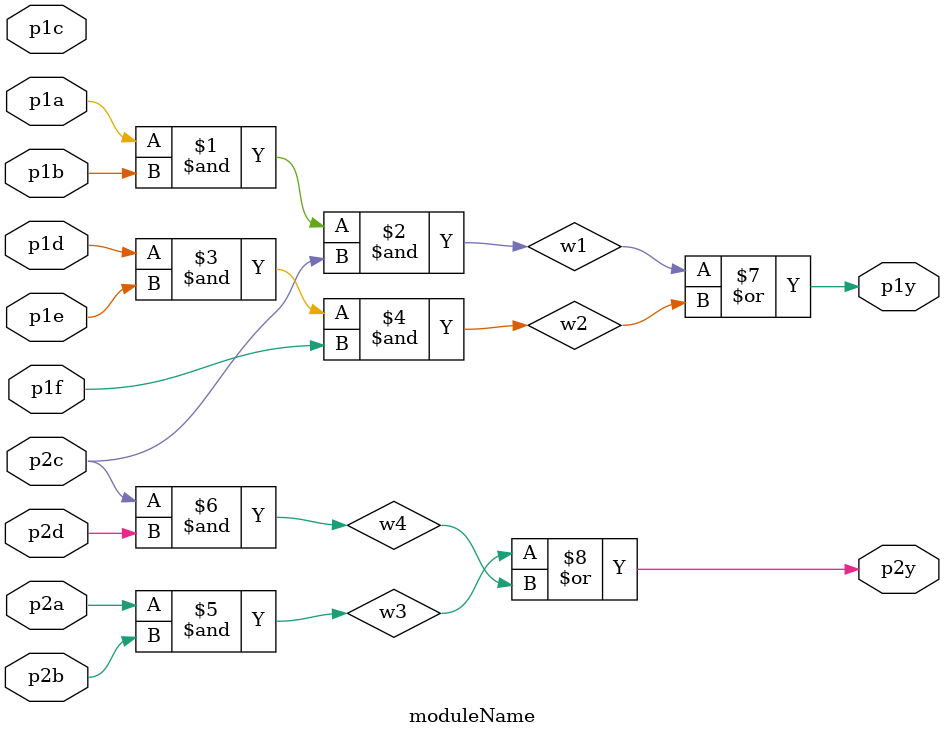
<source format=v>

module top_module ( 
    input p1a, p1b, p1c, p1d, p1e, p1f,
    output p1y,
    input p2a, p2b, p2c, p2d,
    output p2y
);

    assign p1y = (p1a&p1b&p1c)|(p1d&p1e&p1f);
    assign p2y = (p2a&p2b)|(p2c&p2d);

endmodule

module moduleName (
    input p1a, p1b, p1c, p1d,p1e, p1f,
    output p1y,
    input p2a, p2b, p2c, p2d,
    output p2y
);

    wire w1, w2, w3, w4;

    assign w1 = p1a&p1b&p2c;
    assign w2 = p1d&p1e&p1f;
    assign w3 = p2a&p2b;
    assign w4 = p2c&p2d;
    assign p1y = w1|w2;
    assign p2y = w3|w4;
endmodule
</source>
